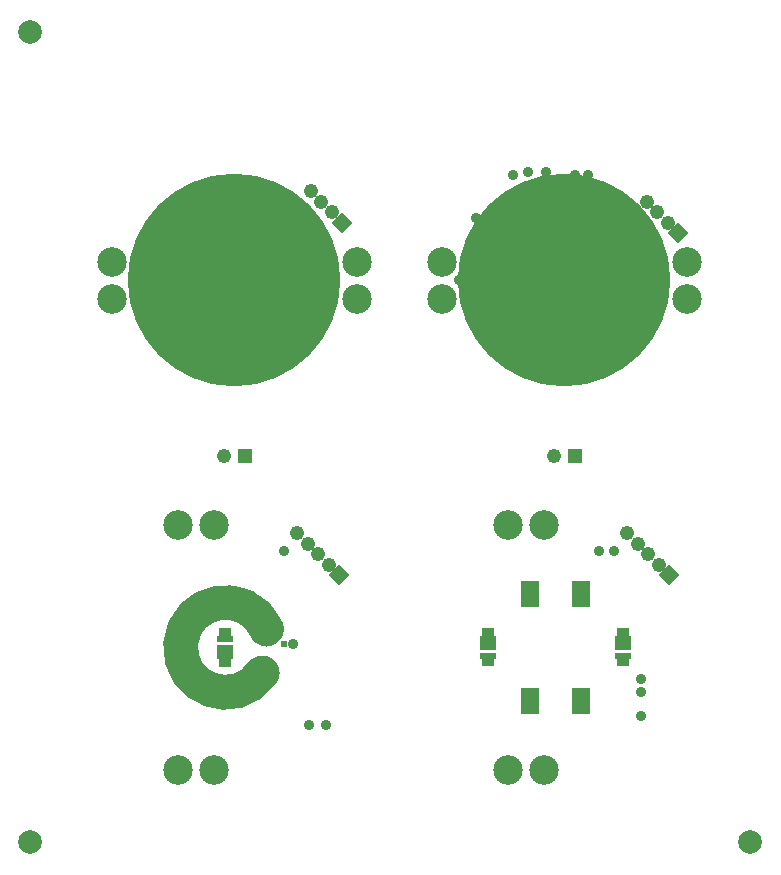
<source format=gbs>
G04 Layer_Color=16711935*
%FSLAX25Y25*%
%MOIN*%
G70*
G01*
G75*
%ADD58C,0.07874*%
%ADD71C,0.70879*%
%ADD81R,0.03950X0.03359*%
%ADD82R,0.05288X0.04816*%
%ADD83R,0.05288X0.01981*%
%ADD85C,0.04761*%
G04:AMPARAMS|DCode=86|XSize=47.59mil|YSize=47.61mil|CornerRadius=0mil|HoleSize=0mil|Usage=FLASHONLY|Rotation=135.000|XOffset=0mil|YOffset=0mil|HoleType=Round|Shape=Rectangle|*
%AMROTATEDRECTD86*
4,1,4,0.03366,0.00001,-0.00001,-0.03366,-0.03366,-0.00001,0.00001,0.03366,0.03366,0.00001,0.0*
%
%ADD86ROTATEDRECTD86*%

%ADD87R,0.04759X0.04761*%
%ADD88C,0.09855*%
%ADD89C,0.03500*%
%ADD90C,0.11811*%
%ADD91R,0.05918X0.09068*%
%ADD92R,0.02375X0.02375*%
%ADD93R,0.02375X0.08674*%
D58*
X15000Y15000D02*
D03*
Y285000D02*
D03*
X255000Y15000D02*
D03*
D71*
X83000Y202500D02*
D03*
X193000D02*
D03*
D81*
X167500Y84742D02*
D03*
Y75352D02*
D03*
X212500Y84742D02*
D03*
Y75352D02*
D03*
X80000Y75258D02*
D03*
Y84648D02*
D03*
D82*
X167500Y81494D02*
D03*
X212500D02*
D03*
X80000Y78506D02*
D03*
D83*
X167500Y77124D02*
D03*
X212500D02*
D03*
X80000Y82876D02*
D03*
D85*
X111929Y228571D02*
D03*
X108393Y232107D02*
D03*
X115464Y225036D02*
D03*
X79500Y143685D02*
D03*
X217393Y114607D02*
D03*
X220929Y111071D02*
D03*
X213858Y118142D02*
D03*
X224465Y107536D02*
D03*
X114464D02*
D03*
X103858Y118142D02*
D03*
X110929Y111071D02*
D03*
X107393Y114607D02*
D03*
X223929Y225071D02*
D03*
X220393Y228607D02*
D03*
X227465Y221535D02*
D03*
X189500Y143685D02*
D03*
D86*
X119000Y221500D02*
D03*
X228000Y104000D02*
D03*
X118000D02*
D03*
X231000Y218000D02*
D03*
D87*
X86500Y143685D02*
D03*
X196500D02*
D03*
D88*
X123945Y208405D02*
D03*
Y196201D02*
D03*
X42055Y208405D02*
D03*
Y196201D02*
D03*
X174094Y120945D02*
D03*
X186299D02*
D03*
X174094Y39055D02*
D03*
X186299D02*
D03*
X76299D02*
D03*
X64095D02*
D03*
X76299Y120945D02*
D03*
X64095D02*
D03*
X233945Y208405D02*
D03*
Y196201D02*
D03*
X152055Y208405D02*
D03*
Y196201D02*
D03*
D89*
X92500Y193000D02*
D03*
X75500Y212500D02*
D03*
Y230500D02*
D03*
X56500Y184500D02*
D03*
X83500Y169500D02*
D03*
X218500Y57000D02*
D03*
X209500Y112000D02*
D03*
X204500D02*
D03*
X218500Y69500D02*
D03*
Y65000D02*
D03*
X99500Y112000D02*
D03*
X102500Y81000D02*
D03*
X108000Y54000D02*
D03*
X113500D02*
D03*
X190500Y229500D02*
D03*
X223000Y211000D02*
D03*
X163500Y223000D02*
D03*
X193500Y169500D02*
D03*
X182500Y192000D02*
D03*
Y175000D02*
D03*
X176000Y201500D02*
D03*
Y237500D02*
D03*
X181000Y238500D02*
D03*
X187000D02*
D03*
X196500Y237500D02*
D03*
X201000D02*
D03*
X194413Y204413D02*
D03*
Y209138D02*
D03*
Y213862D02*
D03*
Y218587D02*
D03*
X199138Y204413D02*
D03*
X199138Y209138D02*
D03*
Y213862D02*
D03*
X199138Y218587D02*
D03*
X203862Y204413D02*
D03*
Y209138D02*
D03*
Y213862D02*
D03*
Y218587D02*
D03*
X208587Y204413D02*
D03*
Y209138D02*
D03*
Y213862D02*
D03*
Y218587D02*
D03*
X172000Y224500D02*
D03*
X158000Y202500D02*
D03*
D90*
X93668Y86085D02*
G03*
X92255Y71419I-13668J-6085D01*
G01*
D91*
X181535Y62087D02*
D03*
Y97913D02*
D03*
X198465Y62087D02*
D03*
Y97913D02*
D03*
D92*
X99600Y81000D02*
D03*
D93*
X60902Y80157D02*
D03*
M02*

</source>
